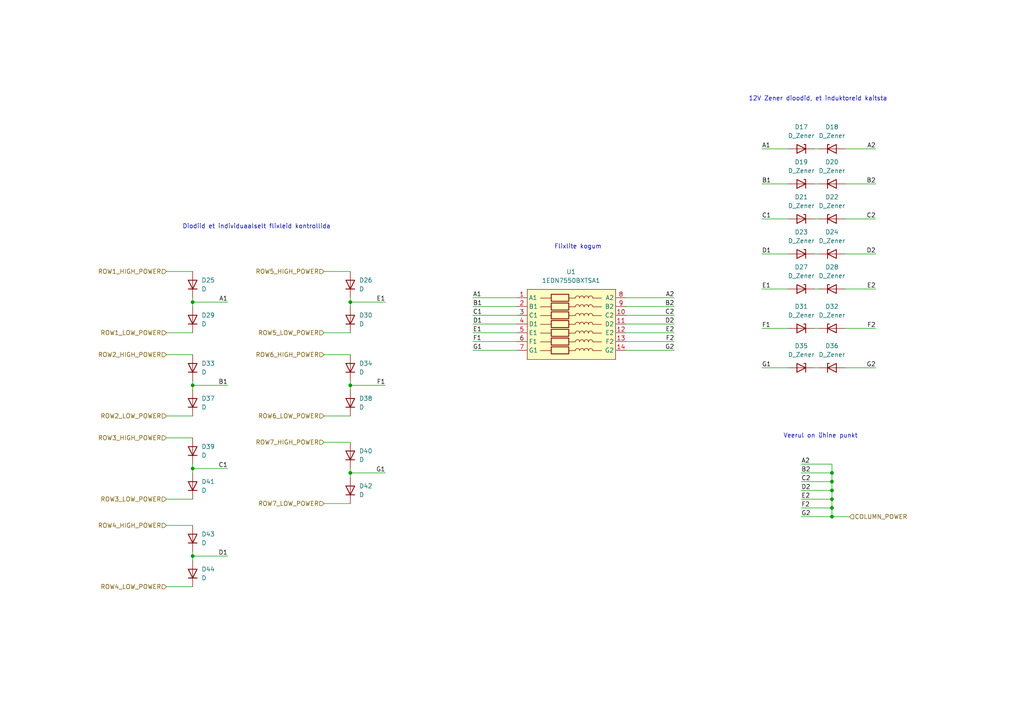
<source format=kicad_sch>
(kicad_sch (version 20250114) (generator "eeschema") (generator_version "9.0")
  (paper "A4")
  (lib_symbols
    (symbol "Device:D" (pin_numbers (hide yes)) (pin_names (offset 1.016) (hide yes))
      (property "Reference" "D" (at 0 2.54 0))
      (property "Value" "D" (at 0 -2.54 0))
      (symbol "D_0_1"
        (polyline (pts (xy -1.27 1.27) (xy -1.27 -1.27)) (stroke (width 0.254)))
        (polyline (pts (xy 1.27 1.27) (xy 1.27 -1.27) (xy -1.27 0) (xy 1.27 1.27)) (stroke (width 0.254)))
        (polyline (pts (xy 1.27 0) (xy -1.27 0)))
      )
      (symbol "D_1_1"
        (pin passive line (at -3.81 0 0) (length 2.54) (name "K") (number "1"))
        (pin passive line (at 3.81 0 180) (length 2.54) (name "A") (number "2"))
      )
    )
    (symbol "Device:D_Zener" (pin_numbers (hide yes)) (pin_names (offset 1.016) (hide yes))
      (property "Reference" "D" (at 0 2.54 0))
      (property "Value" "D_Zener" (at 0 -2.54 0))
      (symbol "D_Zener_0_1"
        (polyline (pts (xy -1.27 -1.27) (xy -1.27 1.27) (xy -0.762 1.27)) (stroke (width 0.254)))
        (polyline (pts (xy 1.27 0) (xy -1.27 0)))
        (polyline (pts (xy 1.27 -1.27) (xy 1.27 1.27) (xy -1.27 0) (xy 1.27 -1.27)) (stroke (width 0.254)))
      )
      (symbol "D_Zener_1_1"
        (pin passive line (at -3.81 0 0) (length 2.54) (name "K") (number "1"))
        (pin passive line (at 3.81 0 180) (length 2.54) (name "A") (number "2"))
      )
    )
    (symbol "flipdot_7xarray:flipdot_7xarray"
      (property "Reference" "U1" (at -2.0107 3.7147 0))
      (property "Value" "~" (at -2.0107 1.1747 0))
      (symbol "flipdot_7xarray_0_1"
        (polyline (pts (xy -10.9259 -3.9053) (xy -7.7498 -3.9052)))
        (polyline (pts (xy -10.9259 -6.4453) (xy -7.7498 -6.4452)))
        (polyline (pts (xy -10.9259 -8.9853) (xy -7.7498 -8.9852)))
        (polyline (pts (xy -10.9259 -11.5253) (xy -7.7498 -11.5252)))
        (polyline (pts (xy -10.9259 -14.0653) (xy -7.7498 -14.0652)))
        (polyline (pts (xy -10.9259 -16.6053) (xy -7.7498 -16.6052)))
        (polyline (pts (xy -10.9259 -19.1453) (xy -7.7498 -19.1452)))
        (rectangle (start -7.7543 -2.8088) (end -2.6743 -4.8408) (stroke (width 0.254)))
        (rectangle (start -7.7543 -5.3488) (end -2.6743 -7.3808) (stroke (width 0.254)))
        (rectangle (start -7.7543 -7.8888) (end -2.6743 -9.9208) (stroke (width 0.254)))
        (rectangle (start -7.7543 -10.4288) (end -2.6743 -12.4608) (stroke (width 0.254)))
        (rectangle (start -7.7543 -12.9688) (end -2.6743 -15.0008) (stroke (width 0.254)))
        (rectangle (start -7.7543 -15.5088) (end -2.6743 -17.5408) (stroke (width 0.254)))
        (rectangle (start -7.7543 -18.0488) (end -2.6743 -20.0808) (stroke (width 0.254)))
        (polyline (pts (xy -2.6873 -3.911) (xy -0.7658 -3.8949)))
        (polyline (pts (xy -2.6873 -6.451) (xy -0.7658 -6.4349)))
        (polyline (pts (xy -2.6873 -8.991) (xy -0.7658 -8.9749)))
        (polyline (pts (xy -2.6873 -11.531) (xy -0.7658 -11.5149)))
        (polyline (pts (xy -2.6873 -14.071) (xy -0.7658 -14.0549)))
        (polyline (pts (xy -2.6873 -16.611) (xy -0.7658 -16.5949)))
        (polyline (pts (xy -2.6873 -19.151) (xy -0.7658 -19.1349)))
        (arc (start -0.7659 -3.9053) (mid -0.1309 -3.273) (end 0.5041 -3.9053))
        (arc (start -0.7659 -6.4453) (mid -0.1309 -5.813) (end 0.5041 -6.4453))
        (arc (start -0.7659 -8.9853) (mid -0.1309 -8.353) (end 0.5041 -8.9853))
        (arc (start -0.7659 -11.5253) (mid -0.1309 -10.893) (end 0.5041 -11.5253))
        (arc (start -0.7659 -14.0653) (mid -0.1309 -13.433) (end 0.5041 -14.0653))
        (arc (start -0.7659 -16.6053) (mid -0.1309 -15.973) (end 0.5041 -16.6053))
        (arc (start -0.7659 -19.1453) (mid -0.1309 -18.513) (end 0.5041 -19.1453))
        (arc (start 0.5041 -3.9053) (mid 1.1391 -3.273) (end 1.7741 -3.9053))
        (arc (start 0.5041 -6.4453) (mid 1.1391 -5.813) (end 1.7741 -6.4453))
        (arc (start 0.5041 -8.9853) (mid 1.1391 -8.353) (end 1.7741 -8.9853))
        (arc (start 0.5041 -11.5253) (mid 1.1391 -10.893) (end 1.7741 -11.5253))
        (arc (start 0.5041 -14.0653) (mid 1.1391 -13.433) (end 1.7741 -14.0653))
        (arc (start 0.5041 -16.6053) (mid 1.1391 -15.973) (end 1.7741 -16.6053))
        (arc (start 0.5041 -19.1453) (mid 1.1391 -18.513) (end 1.7741 -19.1453))
        (arc (start 1.7741 -3.9053) (mid 2.4091 -3.273) (end 3.0441 -3.9053))
        (arc (start 1.7741 -6.4453) (mid 2.4091 -5.813) (end 3.0441 -6.4453))
        (arc (start 1.7741 -8.9853) (mid 2.4091 -8.353) (end 3.0441 -8.9853))
        (arc (start 1.7741 -11.5253) (mid 2.4091 -10.893) (end 3.0441 -11.5253))
        (arc (start 1.7741 -14.0653) (mid 2.4091 -13.433) (end 3.0441 -14.0653))
        (arc (start 1.7741 -16.6053) (mid 2.4091 -15.973) (end 3.0441 -16.6053))
        (arc (start 1.7741 -19.1453) (mid 2.4091 -18.513) (end 3.0441 -19.1453))
        (arc (start 3.0441 -3.9053) (mid 3.6791 -3.273) (end 4.3141 -3.9053))
        (arc (start 3.0441 -6.4453) (mid 3.6791 -5.813) (end 4.3141 -6.4453))
        (arc (start 3.0441 -8.9853) (mid 3.6791 -8.353) (end 4.3141 -8.9853))
        (arc (start 3.0441 -11.5253) (mid 3.6791 -10.893) (end 4.3141 -11.5253))
        (arc (start 3.0441 -14.0653) (mid 3.6791 -13.433) (end 4.3141 -14.0653))
        (arc (start 3.0441 -16.6053) (mid 3.6791 -15.973) (end 4.3141 -16.6053))
        (arc (start 3.0441 -19.1453) (mid 3.6791 -18.513) (end 4.3141 -19.1453))
        (polyline (pts (xy 4.3141 -3.9053) (xy 6.8541 -3.9053)))
        (polyline (pts (xy 4.3141 -6.4453) (xy 6.8541 -6.4453)))
        (polyline (pts (xy 4.3141 -8.9853) (xy 6.8541 -8.9853)))
        (polyline (pts (xy 4.3141 -11.5253) (xy 6.8541 -11.5253)))
        (polyline (pts (xy 4.3141 -14.0653) (xy 6.8541 -14.0653)))
        (polyline (pts (xy 4.3141 -16.6053) (xy 6.8541 -16.6053)))
        (polyline (pts (xy 4.3141 -19.1453) (xy 6.8541 -19.1453)))
      )
      (symbol "flipdot_7xarray_1_1"
        (rectangle (start -14.7359 -1.3653) (end 10.9477 -21.6853) (fill (type background)))
        (pin passive line (at -17.78 -3.81 0) (length 3) (name "A1") (number "1"))
        (pin passive line (at -17.78 -6.35 0) (length 3) (name "B1") (number "2"))
        (pin passive line (at -17.78 -8.89 0) (length 3) (name "C1") (number "3"))
        (pin passive line (at -17.78 -11.43 0) (length 3) (name "D1") (number "4"))
        (pin passive line (at -17.78 -13.97 0) (length 3) (name "E1") (number "5"))
        (pin passive line (at -17.78 -16.51 0) (length 3) (name "F1") (number "6"))
        (pin passive line (at -17.78 -19.05 0) (length 3) (name "G1") (number "7"))
        (pin passive line (at 13.97 -3.81 180) (length 3) (name "A2") (number "8"))
        (pin passive line (at 13.97 -6.35 180) (length 3) (name "B2") (number "9"))
        (pin passive line (at 13.97 -8.89 180) (length 3) (name "C2") (number "10"))
        (pin passive line (at 13.97 -11.43 180) (length 3) (name "D2") (number "11"))
        (pin passive line (at 13.97 -13.97 180) (length 3) (name "E2") (number "12"))
        (pin passive line (at 13.97 -16.51 180) (length 3) (name "F2") (number "13"))
        (pin passive line (at 13.97 -19.05 180) (length 3) (name "G2") (number "14"))
      )
    )
  )
  (text "Flixlite kogum" (at 167.64 71.628 0) (effects (font (size 1.27 1.27))))
  (text "Veerul on ühine punkt" (at 237.998 126.492 0) (effects (font (size 1.27 1.27))))
  (text "Diodiid et individuaalselt flixleid kontrollida" (at 74.422 65.786 0) (effects (font (size 1.27 1.27))))
  (text "12V Zener dioodid, et induktoreid kaitsta" (at 237.236 28.702 0) (effects (font (size 1.27 1.27))))
  (junction (at 55.88 135.89))
  (junction (at 241.3 142.24))
  (junction (at 241.3 147.32))
  (junction (at 55.88 87.63))
  (junction (at 101.6 111.76))
  (junction (at 55.88 161.29))
  (junction (at 55.88 111.76))
  (junction (at 241.3 137.16))
  (junction (at 101.6 87.63))
  (junction (at 101.6 137.16))
  (junction (at 241.3 149.86))
  (junction (at 241.3 139.7))
  (junction (at 241.3 144.78))
  (wire (pts (xy 232.41 147.32) (xy 241.3 147.32)))
  (wire (pts (xy 195.58 86.36) (xy 181.61 86.36)))
  (wire (pts (xy 48.26 78.74) (xy 55.88 78.74)))
  (wire (pts (xy 237.49 63.5) (xy 236.22 63.5)))
  (wire (pts (xy 93.98 128.27) (xy 101.6 128.27)))
  (wire (pts (xy 101.6 88.9) (xy 101.6 87.63)))
  (wire (pts (xy 232.41 149.86) (xy 241.3 149.86)))
  (wire (pts (xy 220.98 53.34) (xy 228.6 53.34)))
  (wire (pts (xy 232.41 144.78) (xy 241.3 144.78)))
  (wire (pts (xy 220.98 73.66) (xy 228.6 73.66)))
  (wire (pts (xy 55.88 135.89) (xy 55.88 134.62)))
  (wire (pts (xy 237.49 73.66) (xy 236.22 73.66)))
  (wire (pts (xy 55.88 162.56) (xy 55.88 161.29)))
  (wire (pts (xy 137.16 88.9) (xy 149.86 88.9)))
  (wire (pts (xy 241.3 137.16) (xy 241.3 139.7)))
  (wire (pts (xy 195.58 99.06) (xy 181.61 99.06)))
  (wire (pts (xy 245.11 53.34) (xy 254 53.34)))
  (wire (pts (xy 55.88 137.16) (xy 55.88 135.89)))
  (wire (pts (xy 241.3 149.86) (xy 246.38 149.86)))
  (wire (pts (xy 101.6 113.03) (xy 101.6 111.76)))
  (wire (pts (xy 137.16 86.36) (xy 149.86 86.36)))
  (wire (pts (xy 48.26 120.65) (xy 55.88 120.65)))
  (wire (pts (xy 232.41 142.24) (xy 241.3 142.24)))
  (wire (pts (xy 48.26 152.4) (xy 55.88 152.4)))
  (wire (pts (xy 245.11 43.18) (xy 254 43.18)))
  (wire (pts (xy 48.26 144.78) (xy 55.88 144.78)))
  (wire (pts (xy 237.49 95.25) (xy 236.22 95.25)))
  (wire (pts (xy 55.88 88.9) (xy 55.88 87.63)))
  (wire (pts (xy 93.98 78.74) (xy 101.6 78.74)))
  (wire (pts (xy 101.6 87.63) (xy 101.6 86.36)))
  (wire (pts (xy 220.98 83.82) (xy 228.6 83.82)))
  (wire (pts (xy 245.11 63.5) (xy 254 63.5)))
  (wire (pts (xy 241.3 147.32) (xy 241.3 149.86)))
  (wire (pts (xy 237.49 43.18) (xy 236.22 43.18)))
  (wire (pts (xy 101.6 138.43) (xy 101.6 137.16)))
  (wire (pts (xy 245.11 83.82) (xy 254 83.82)))
  (wire (pts (xy 55.88 113.03) (xy 55.88 111.76)))
  (wire (pts (xy 241.3 139.7) (xy 241.3 142.24)))
  (wire (pts (xy 101.6 137.16) (xy 101.6 135.89)))
  (wire (pts (xy 93.98 96.52) (xy 101.6 96.52)))
  (wire (pts (xy 55.88 111.76) (xy 66.04 111.76)))
  (wire (pts (xy 195.58 91.44) (xy 181.61 91.44)))
  (wire (pts (xy 220.98 106.68) (xy 228.6 106.68)))
  (wire (pts (xy 101.6 87.63) (xy 111.76 87.63)))
  (wire (pts (xy 241.3 144.78) (xy 241.3 147.32)))
  (wire (pts (xy 195.58 96.52) (xy 181.61 96.52)))
  (wire (pts (xy 137.16 99.06) (xy 149.86 99.06)))
  (wire (pts (xy 241.3 134.62) (xy 241.3 137.16)))
  (wire (pts (xy 232.41 137.16) (xy 241.3 137.16)))
  (wire (pts (xy 55.88 161.29) (xy 55.88 160.02)))
  (wire (pts (xy 48.26 102.87) (xy 55.88 102.87)))
  (wire (pts (xy 220.98 43.18) (xy 228.6 43.18)))
  (wire (pts (xy 55.88 135.89) (xy 66.04 135.89)))
  (wire (pts (xy 48.26 170.18) (xy 55.88 170.18)))
  (wire (pts (xy 195.58 93.98) (xy 181.61 93.98)))
  (wire (pts (xy 220.98 95.25) (xy 228.6 95.25)))
  (wire (pts (xy 55.88 87.63) (xy 66.04 87.63)))
  (wire (pts (xy 241.3 142.24) (xy 241.3 144.78)))
  (wire (pts (xy 48.26 96.52) (xy 55.88 96.52)))
  (wire (pts (xy 93.98 102.87) (xy 101.6 102.87)))
  (wire (pts (xy 195.58 101.6) (xy 181.61 101.6)))
  (wire (pts (xy 245.11 73.66) (xy 254 73.66)))
  (wire (pts (xy 237.49 83.82) (xy 236.22 83.82)))
  (wire (pts (xy 93.98 146.05) (xy 101.6 146.05)))
  (wire (pts (xy 232.41 134.62) (xy 241.3 134.62)))
  (wire (pts (xy 55.88 161.29) (xy 66.04 161.29)))
  (wire (pts (xy 245.11 95.25) (xy 254 95.25)))
  (wire (pts (xy 101.6 111.76) (xy 101.6 110.49)))
  (wire (pts (xy 55.88 111.76) (xy 55.88 110.49)))
  (wire (pts (xy 195.58 88.9) (xy 181.61 88.9)))
  (wire (pts (xy 220.98 63.5) (xy 228.6 63.5)))
  (wire (pts (xy 137.16 96.52) (xy 149.86 96.52)))
  (wire (pts (xy 48.26 127) (xy 55.88 127)))
  (wire (pts (xy 245.11 106.68) (xy 254 106.68)))
  (wire (pts (xy 237.49 53.34) (xy 236.22 53.34)))
  (wire (pts (xy 93.98 120.65) (xy 101.6 120.65)))
  (wire (pts (xy 55.88 87.63) (xy 55.88 86.36)))
  (wire (pts (xy 237.49 106.68) (xy 236.22 106.68)))
  (wire (pts (xy 101.6 111.76) (xy 111.76 111.76)))
  (wire (pts (xy 137.16 93.98) (xy 149.86 93.98)))
  (wire (pts (xy 137.16 101.6) (xy 149.86 101.6)))
  (wire (pts (xy 232.41 139.7) (xy 241.3 139.7)))
  (wire (pts (xy 137.16 91.44) (xy 149.86 91.44)))
  (wire (pts (xy 101.6 137.16) (xy 111.76 137.16)))
  (label "D1" (at 220.98 73.66 0))
  (label "B1" (at 137.16 88.9 0))
  (label "C1" (at 137.16 91.44 0))
  (label "C2" (at 254 63.5 180))
  (label "A2" (at 232.41 134.62 0))
  (label "D2" (at 254 73.66 180))
  (label "D1" (at 66.04 161.29 180))
  (label "B2" (at 232.41 137.16 0))
  (label "C1" (at 66.04 135.89 180))
  (label "B2" (at 195.58 88.9 180))
  (label "B1" (at 220.98 53.34 0))
  (label "G1" (at 137.16 101.6 0))
  (label "B1" (at 66.04 111.76 180))
  (label "C2" (at 195.58 91.44 180))
  (label "C2" (at 232.41 139.7 0))
  (label "E2" (at 232.41 144.78 0))
  (label "D2" (at 232.41 142.24 0))
  (label "E1" (at 111.76 87.63 180))
  (label "G2" (at 254 106.68 180))
  (label "A1" (at 137.16 86.36 0))
  (label "A2" (at 254 43.18 180))
  (label "E2" (at 195.58 96.52 180))
  (label "B2" (at 254 53.34 180))
  (label "F2" (at 195.58 99.06 180))
  (label "C1" (at 220.98 63.5 0))
  (label "D1" (at 137.16 93.98 0))
  (label "F1" (at 111.76 111.76 180))
  (label "A1" (at 66.04 87.63 180))
  (label "G1" (at 220.98 106.68 0))
  (label "F2" (at 254 95.25 180))
  (label "F2" (at 232.41 147.32 0))
  (label "A2" (at 195.58 86.36 180))
  (label "E1" (at 220.98 83.82 0))
  (label "A1" (at 220.98 43.18 0))
  (label "E1" (at 137.16 96.52 0))
  (label "F1" (at 137.16 99.06 0))
  (label "E2" (at 254 83.82 180))
  (label "G2" (at 232.41 149.86 0))
  (label "G1" (at 111.76 137.16 180))
  (label "G2" (at 195.58 101.6 180))
  (label "F1" (at 220.98 95.25 0))
  (label "D2" (at 195.58 93.98 180))
  (hierarchical_label "ROW6_HIGH_POWER" (shape input) (at 93.98 102.87 180))
  (hierarchical_label "ROW6_LOW_POWER" (shape input) (at 93.98 120.65 180))
  (hierarchical_label "ROW7_HIGH_POWER" (shape input) (at 93.98 128.27 180))
  (hierarchical_label "ROW4_LOW_POWER" (shape input) (at 48.26 170.18 180))
  (hierarchical_label "COLUMN_POWER" (shape input) (at 246.38 149.86 0))
  (hierarchical_label "ROW5_HIGH_POWER" (shape input) (at 93.98 78.74 180))
  (hierarchical_label "ROW5_LOW_POWER" (shape input) (at 93.98 96.52 180))
  (hierarchical_label "ROW1_HIGH_POWER" (shape input) (at 48.26 78.74 180))
  (hierarchical_label "ROW7_LOW_POWER" (shape input) (at 93.98 146.05 180))
  (hierarchical_label "ROW1_LOW_POWER" (shape input) (at 48.26 96.52 180))
  (hierarchical_label "ROW2_LOW_POWER" (shape input) (at 48.26 120.65 180))
  (hierarchical_label "ROW4_HIGH_POWER" (shape input) (at 48.26 152.4 180))
  (hierarchical_label "ROW3_HIGH_POWER" (shape input) (at 48.26 127 180))
  (hierarchical_label "ROW3_LOW_POWER" (shape input) (at 48.26 144.78 180))
  (hierarchical_label "ROW2_HIGH_POWER" (shape input) (at 48.26 102.87 180))
  (symbol (lib_id "Device:D_Zener") (at 232.41 53.34 0) (mirror y) (unit 1)
    (property "Reference" "D19" (at 232.41 46.99 0))
    (property "Value" "D_Zener" (at 232.41 49.53 0))
    (property "Footprint" "DO-214AC-2: DO-214AC-2" (effects (hide yes)))
    (property "Datasheet" "https://www.mouser.ee/datasheet/3/3736/1/FED299F21A27F0AE7EA9F62E95B4CE65A1AB8B9ADFA9D1E969A12588B53FB51E.pdf" (effects (hide yes)))
    (property "Description" "1SMA5927_R1_00001" (effects (hide yes)))
    (instances (project "Emaplaat" (path "" (reference "D19") (unit 1)) (path "" (reference "D243") (unit 1)) (path "" (reference "D355") (unit 1)) (path "" (reference "D47") (unit 1)) (path "" (reference "D103") (unit 1)) (path "" (reference "D383") (unit 1)) (path "" (reference "D327") (unit 1)) (path "" (reference "D299") (unit 1)) (path "" (reference "D215") (unit 1)) (path "" (reference "D271") (unit 1)) (path "" (reference "D75") (unit 1)) (path "" (reference "D187") (unit 1)) (path "" (reference "D159") (unit 1)) (path "" (reference "D131") (unit 1))))
  )
  (symbol (lib_id "Device:D_Zener") (at 232.41 95.25 0) (mirror y) (unit 1)
    (property "Reference" "D31" (at 232.41 88.9 0))
    (property "Value" "D_Zener" (at 232.41 91.44 0))
    (property "Footprint" "DO-214AC-2: DO-214AC-2" (effects (hide yes)))
    (property "Datasheet" "https://www.mouser.ee/datasheet/3/3736/1/FED299F21A27F0AE7EA9F62E95B4CE65A1AB8B9ADFA9D1E969A12588B53FB51E.pdf" (effects (hide yes)))
    (property "Description" "1SMA5927_R1_00001" (effects (hide yes)))
    (instances (project "Emaplaat" (path "" (reference "D31") (unit 1)) (path "" (reference "D255") (unit 1)) (path "" (reference "D367") (unit 1)) (path "" (reference "D59") (unit 1)) (path "" (reference "D115") (unit 1)) (path "" (reference "D395") (unit 1)) (path "" (reference "D339") (unit 1)) (path "" (reference "D311") (unit 1)) (path "" (reference "D227") (unit 1)) (path "" (reference "D283") (unit 1)) (path "" (reference "D87") (unit 1)) (path "" (reference "D199") (unit 1)) (path "" (reference "D171") (unit 1)) (path "" (reference "D143") (unit 1))))
  )
  (symbol (lib_id "Device:D_Zener") (at 241.3 53.34 0) (unit 1)
    (property "Reference" "D20" (at 241.3 46.99 0))
    (property "Value" "D_Zener" (at 241.3 49.53 0))
    (property "Footprint" "DO-214AC-2: DO-214AC-2" (effects (hide yes)))
    (property "Datasheet" "https://www.mouser.ee/datasheet/3/3736/1/FED299F21A27F0AE7EA9F62E95B4CE65A1AB8B9ADFA9D1E969A12588B53FB51E.pdf" (effects (hide yes)))
    (property "Description" "1SMA5927_R1_00001" (effects (hide yes)))
    (instances (project "Emaplaat" (path "" (reference "D20") (unit 1)) (path "" (reference "D244") (unit 1)) (path "" (reference "D356") (unit 1)) (path "" (reference "D48") (unit 1)) (path "" (reference "D104") (unit 1)) (path "" (reference "D384") (unit 1)) (path "" (reference "D328") (unit 1)) (path "" (reference "D300") (unit 1)) (path "" (reference "D216") (unit 1)) (path "" (reference "D272") (unit 1)) (path "" (reference "D76") (unit 1)) (path "" (reference "D188") (unit 1)) (path "" (reference "D160") (unit 1)) (path "" (reference "D132") (unit 1))))
  )
  (symbol (lib_id "Device:D") (at 55.88 156.21 90) (unit 1)
    (property "Reference" "D43" (at 58.42 154.9399 90) (effects (justify right)))
    (property "Value" "D" (at 58.42 157.4799 90) (effects (justify right)))
    (property "Footprint" "SOD-123FL:SOD-123FL" (effects (hide yes)))
    (property "Datasheet" "https://diotec.com/request/datasheet/sl1a.pdf" (effects (hide yes)))
    (property "Description" "SL1D" (effects (hide yes)))
    (property "Sim.Device" "D" (effects (hide yes)))
    (property "Sim.Pins" "1=K 2=A" (effects (hide yes)))
    (instances (project "Emaplaat" (path "" (reference "D43") (unit 1)) (path "" (reference "D267") (unit 1)) (path "" (reference "D379") (unit 1)) (path "" (reference "D71") (unit 1)) (path "" (reference "D127") (unit 1)) (path "" (reference "D407") (unit 1)) (path "" (reference "D351") (unit 1)) (path "" (reference "D323") (unit 1)) (path "" (reference "D239") (unit 1)) (path "" (reference "D295") (unit 1)) (path "" (reference "D99") (unit 1)) (path "" (reference "D211") (unit 1)) (path "" (reference "D183") (unit 1)) (path "" (reference "D155") (unit 1))))
  )
  (symbol (lib_id "flipdot_7xarray:flipdot_7xarray") (at 167.64 82.55 0) (unit 1)
    (property "Reference" "U1" (at 165.6293 78.8353 0))
    (property "Value" "1EDN7550BXTSA1" (at 165.6293 81.3753 0))
    (property "Footprint" "dot_flipper:7_flip_dots" (effects (hide yes)))
    (instances (project "Emaplaat" (path "" (reference "U1") (unit 1)) (path "" (reference "U9") (unit 1)) (path "" (reference "U13") (unit 1)) (path "" (reference "U2") (unit 1)) (path "" (reference "U4") (unit 1)) (path "" (reference "U14") (unit 1)) (path "" (reference "U12") (unit 1)) (path "" (reference "U11") (unit 1)) (path "" (reference "U8") (unit 1)) (path "" (reference "U10") (unit 1)) (path "" (reference "U3") (unit 1)) (path "" (reference "U7") (unit 1)) (path "" (reference "U6") (unit 1)) (path "" (reference "U5") (unit 1))))
  )
  (symbol (lib_id "Device:D_Zener") (at 232.41 83.82 0) (mirror y) (unit 1)
    (property "Reference" "D27" (at 232.41 77.47 0))
    (property "Value" "D_Zener" (at 232.41 80.01 0))
    (property "Footprint" "DO-214AC-2: DO-214AC-2" (effects (hide yes)))
    (property "Datasheet" "https://www.mouser.ee/datasheet/3/3736/1/FED299F21A27F0AE7EA9F62E95B4CE65A1AB8B9ADFA9D1E969A12588B53FB51E.pdf" (effects (hide yes)))
    (property "Description" "1SMA5927_R1_00001" (effects (hide yes)))
    (instances (project "Emaplaat" (path "" (reference "D27") (unit 1)) (path "" (reference "D251") (unit 1)) (path "" (reference "D363") (unit 1)) (path "" (reference "D55") (unit 1)) (path "" (reference "D111") (unit 1)) (path "" (reference "D391") (unit 1)) (path "" (reference "D335") (unit 1)) (path "" (reference "D307") (unit 1)) (path "" (reference "D223") (unit 1)) (path "" (reference "D279") (unit 1)) (path "" (reference "D83") (unit 1)) (path "" (reference "D195") (unit 1)) (path "" (reference "D167") (unit 1)) (path "" (reference "D139") (unit 1))))
  )
  (symbol (lib_id "Device:D_Zener") (at 232.41 73.66 0) (mirror y) (unit 1)
    (property "Reference" "D23" (at 232.41 67.31 0))
    (property "Value" "D_Zener" (at 232.41 69.85 0))
    (property "Footprint" "DO-214AC-2: DO-214AC-2" (effects (hide yes)))
    (property "Datasheet" "https://www.mouser.ee/datasheet/3/3736/1/FED299F21A27F0AE7EA9F62E95B4CE65A1AB8B9ADFA9D1E969A12588B53FB51E.pdf" (effects (hide yes)))
    (property "Description" "1SMA5927_R1_00001" (effects (hide yes)))
    (instances (project "Emaplaat" (path "" (reference "D23") (unit 1)) (path "" (reference "D247") (unit 1)) (path "" (reference "D359") (unit 1)) (path "" (reference "D51") (unit 1)) (path "" (reference "D107") (unit 1)) (path "" (reference "D387") (unit 1)) (path "" (reference "D331") (unit 1)) (path "" (reference "D303") (unit 1)) (path "" (reference "D219") (unit 1)) (path "" (reference "D275") (unit 1)) (path "" (reference "D79") (unit 1)) (path "" (reference "D191") (unit 1)) (path "" (reference "D163") (unit 1)) (path "" (reference "D135") (unit 1))))
  )
  (symbol (lib_id "Device:D") (at 101.6 132.08 90) (unit 1)
    (property "Reference" "D40" (at 104.14 130.8099 90) (effects (justify right)))
    (property "Value" "D" (at 104.14 133.3499 90) (effects (justify right)))
    (property "Footprint" "SOD-123FL:SOD-123FL" (effects (hide yes)))
    (property "Datasheet" "https://diotec.com/request/datasheet/sl1a.pdf" (effects (hide yes)))
    (property "Description" "SL1D" (effects (hide yes)))
    (property "Sim.Device" "D" (effects (hide yes)))
    (property "Sim.Pins" "1=K 2=A" (effects (hide yes)))
    (instances (project "Emaplaat" (path "" (reference "D40") (unit 1)) (path "" (reference "D264") (unit 1)) (path "" (reference "D376") (unit 1)) (path "" (reference "D68") (unit 1)) (path "" (reference "D124") (unit 1)) (path "" (reference "D404") (unit 1)) (path "" (reference "D348") (unit 1)) (path "" (reference "D320") (unit 1)) (path "" (reference "D236") (unit 1)) (path "" (reference "D292") (unit 1)) (path "" (reference "D96") (unit 1)) (path "" (reference "D208") (unit 1)) (path "" (reference "D180") (unit 1)) (path "" (reference "D152") (unit 1))))
  )
  (symbol (lib_id "Device:D") (at 55.88 130.81 90) (unit 1)
    (property "Reference" "D39" (at 58.42 129.5399 90) (effects (justify right)))
    (property "Value" "D" (at 58.42 132.0799 90) (effects (justify right)))
    (property "Footprint" "SOD-123FL:SOD-123FL" (effects (hide yes)))
    (property "Datasheet" "https://diotec.com/request/datasheet/sl1a.pdf" (effects (hide yes)))
    (property "Description" "SL1D" (effects (hide yes)))
    (property "Sim.Device" "D" (effects (hide yes)))
    (property "Sim.Pins" "1=K 2=A" (effects (hide yes)))
    (instances (project "Emaplaat" (path "" (reference "D39") (unit 1)) (path "" (reference "D263") (unit 1)) (path "" (reference "D375") (unit 1)) (path "" (reference "D67") (unit 1)) (path "" (reference "D123") (unit 1)) (path "" (reference "D403") (unit 1)) (path "" (reference "D347") (unit 1)) (path "" (reference "D319") (unit 1)) (path "" (reference "D235") (unit 1)) (path "" (reference "D291") (unit 1)) (path "" (reference "D95") (unit 1)) (path "" (reference "D207") (unit 1)) (path "" (reference "D179") (unit 1)) (path "" (reference "D151") (unit 1))))
  )
  (symbol (lib_id "Device:D") (at 55.88 116.84 90) (unit 1)
    (property "Reference" "D37" (at 58.42 115.5699 90) (effects (justify right)))
    (property "Value" "D" (at 58.42 118.1099 90) (effects (justify right)))
    (property "Footprint" "SOD-123FL:SOD-123FL" (effects (hide yes)))
    (property "Datasheet" "https://diotec.com/request/datasheet/sl1a.pdf" (effects (hide yes)))
    (property "Description" "SL1D" (effects (hide yes)))
    (property "Sim.Device" "D" (effects (hide yes)))
    (property "Sim.Pins" "1=K 2=A" (effects (hide yes)))
    (instances (project "Emaplaat" (path "" (reference "D37") (unit 1)) (path "" (reference "D261") (unit 1)) (path "" (reference "D373") (unit 1)) (path "" (reference "D65") (unit 1)) (path "" (reference "D121") (unit 1)) (path "" (reference "D401") (unit 1)) (path "" (reference "D345") (unit 1)) (path "" (reference "D317") (unit 1)) (path "" (reference "D233") (unit 1)) (path "" (reference "D289") (unit 1)) (path "" (reference "D93") (unit 1)) (path "" (reference "D205") (unit 1)) (path "" (reference "D177") (unit 1)) (path "" (reference "D149") (unit 1))))
  )
  (symbol (lib_id "Device:D") (at 101.6 92.71 90) (unit 1)
    (property "Reference" "D30" (at 104.14 91.4399 90) (effects (justify right)))
    (property "Value" "D" (at 104.14 93.9799 90) (effects (justify right)))
    (property "Footprint" "SOD-123FL:SOD-123FL" (effects (hide yes)))
    (property "Datasheet" "https://diotec.com/request/datasheet/sl1a.pdf" (effects (hide yes)))
    (property "Description" "SL1D" (effects (hide yes)))
    (property "Sim.Device" "D" (effects (hide yes)))
    (property "Sim.Pins" "1=K 2=A" (effects (hide yes)))
    (instances (project "Emaplaat" (path "" (reference "D30") (unit 1)) (path "" (reference "D254") (unit 1)) (path "" (reference "D366") (unit 1)) (path "" (reference "D58") (unit 1)) (path "" (reference "D114") (unit 1)) (path "" (reference "D394") (unit 1)) (path "" (reference "D338") (unit 1)) (path "" (reference "D310") (unit 1)) (path "" (reference "D226") (unit 1)) (path "" (reference "D282") (unit 1)) (path "" (reference "D86") (unit 1)) (path "" (reference "D198") (unit 1)) (path "" (reference "D170") (unit 1)) (path "" (reference "D142") (unit 1))))
  )
  (symbol (lib_id "Device:D_Zener") (at 232.41 43.18 0) (mirror y) (unit 1)
    (property "Reference" "D17" (at 232.41 36.83 0))
    (property "Value" "D_Zener" (at 232.41 39.37 0))
    (property "Footprint" "DO-214AC-2: DO-214AC-2" (effects (hide yes)))
    (property "Datasheet" "https://www.mouser.ee/datasheet/3/3736/1/FED299F21A27F0AE7EA9F62E95B4CE65A1AB8B9ADFA9D1E969A12588B53FB51E.pdf" (effects (hide yes)))
    (property "Description" "1SMA5927_R1_00001" (effects (hide yes)))
    (instances (project "Emaplaat" (path "" (reference "D17") (unit 1)) (path "" (reference "D241") (unit 1)) (path "" (reference "D353") (unit 1)) (path "" (reference "D45") (unit 1)) (path "" (reference "D101") (unit 1)) (path "" (reference "D381") (unit 1)) (path "" (reference "D325") (unit 1)) (path "" (reference "D297") (unit 1)) (path "" (reference "D213") (unit 1)) (path "" (reference "D269") (unit 1)) (path "" (reference "D73") (unit 1)) (path "" (reference "D185") (unit 1)) (path "" (reference "D157") (unit 1)) (path "" (reference "D129") (unit 1))))
  )
  (symbol (lib_id "Device:D") (at 101.6 106.68 90) (unit 1)
    (property "Reference" "D34" (at 104.14 105.4099 90) (effects (justify right)))
    (property "Value" "D" (at 104.14 107.9499 90) (effects (justify right)))
    (property "Footprint" "SOD-123FL:SOD-123FL" (effects (hide yes)))
    (property "Datasheet" "https://diotec.com/request/datasheet/sl1a.pdf" (effects (hide yes)))
    (property "Description" "SL1D" (effects (hide yes)))
    (property "Sim.Device" "D" (effects (hide yes)))
    (property "Sim.Pins" "1=K 2=A" (effects (hide yes)))
    (instances (project "Emaplaat" (path "" (reference "D34") (unit 1)) (path "" (reference "D258") (unit 1)) (path "" (reference "D370") (unit 1)) (path "" (reference "D62") (unit 1)) (path "" (reference "D118") (unit 1)) (path "" (reference "D398") (unit 1)) (path "" (reference "D342") (unit 1)) (path "" (reference "D314") (unit 1)) (path "" (reference "D230") (unit 1)) (path "" (reference "D286") (unit 1)) (path "" (reference "D90") (unit 1)) (path "" (reference "D202") (unit 1)) (path "" (reference "D174") (unit 1)) (path "" (reference "D146") (unit 1))))
  )
  (symbol (lib_id "Device:D_Zener") (at 241.3 43.18 0) (unit 1)
    (property "Reference" "D18" (at 241.3 36.83 0))
    (property "Value" "D_Zener" (at 241.3 39.37 0))
    (property "Footprint" "DO-214AC-2: DO-214AC-2" (effects (hide yes)))
    (property "Datasheet" "https://www.mouser.ee/datasheet/3/3736/1/FED299F21A27F0AE7EA9F62E95B4CE65A1AB8B9ADFA9D1E969A12588B53FB51E.pdf" (effects (hide yes)))
    (property "Description" "1SMA5927_R1_00001" (effects (hide yes)))
    (instances (project "Emaplaat" (path "" (reference "D18") (unit 1)) (path "" (reference "D242") (unit 1)) (path "" (reference "D354") (unit 1)) (path "" (reference "D46") (unit 1)) (path "" (reference "D102") (unit 1)) (path "" (reference "D382") (unit 1)) (path "" (reference "D326") (unit 1)) (path "" (reference "D298") (unit 1)) (path "" (reference "D214") (unit 1)) (path "" (reference "D270") (unit 1)) (path "" (reference "D74") (unit 1)) (path "" (reference "D186") (unit 1)) (path "" (reference "D158") (unit 1)) (path "" (reference "D130") (unit 1))))
  )
  (symbol (lib_id "Device:D") (at 55.88 92.71 90) (unit 1)
    (property "Reference" "D29" (at 58.42 91.4399 90) (effects (justify right)))
    (property "Value" "D" (at 58.42 93.9799 90) (effects (justify right)))
    (property "Footprint" "SOD-123FL:SOD-123FL" (effects (hide yes)))
    (property "Datasheet" "https://diotec.com/request/datasheet/sl1a.pdf" (effects (hide yes)))
    (property "Description" "SL1D" (effects (hide yes)))
    (property "Sim.Device" "D" (effects (hide yes)))
    (property "Sim.Pins" "1=K 2=A" (effects (hide yes)))
    (instances (project "Emaplaat" (path "" (reference "D29") (unit 1)) (path "" (reference "D253") (unit 1)) (path "" (reference "D365") (unit 1)) (path "" (reference "D57") (unit 1)) (path "" (reference "D113") (unit 1)) (path "" (reference "D393") (unit 1)) (path "" (reference "D337") (unit 1)) (path "" (reference "D309") (unit 1)) (path "" (reference "D225") (unit 1)) (path "" (reference "D281") (unit 1)) (path "" (reference "D85") (unit 1)) (path "" (reference "D197") (unit 1)) (path "" (reference "D169") (unit 1)) (path "" (reference "D141") (unit 1))))
  )
  (symbol (lib_id "Device:D") (at 101.6 142.24 90) (unit 1)
    (property "Reference" "D42" (at 104.14 140.9699 90) (effects (justify right)))
    (property "Value" "D" (at 104.14 143.5099 90) (effects (justify right)))
    (property "Footprint" "SOD-123FL:SOD-123FL" (effects (hide yes)))
    (property "Datasheet" "https://diotec.com/request/datasheet/sl1a.pdf" (effects (hide yes)))
    (property "Description" "SL1D" (effects (hide yes)))
    (property "Sim.Device" "D" (effects (hide yes)))
    (property "Sim.Pins" "1=K 2=A" (effects (hide yes)))
    (instances (project "Emaplaat" (path "" (reference "D42") (unit 1)) (path "" (reference "D266") (unit 1)) (path "" (reference "D378") (unit 1)) (path "" (reference "D70") (unit 1)) (path "" (reference "D126") (unit 1)) (path "" (reference "D406") (unit 1)) (path "" (reference "D350") (unit 1)) (path "" (reference "D322") (unit 1)) (path "" (reference "D238") (unit 1)) (path "" (reference "D294") (unit 1)) (path "" (reference "D98") (unit 1)) (path "" (reference "D210") (unit 1)) (path "" (reference "D182") (unit 1)) (path "" (reference "D154") (unit 1))))
  )
  (symbol (lib_id "Device:D_Zener") (at 241.3 95.25 0) (unit 1)
    (property "Reference" "D32" (at 241.3 88.9 0))
    (property "Value" "D_Zener" (at 241.3 91.44 0))
    (property "Footprint" "DO-214AC-2: DO-214AC-2" (effects (hide yes)))
    (property "Datasheet" "https://www.mouser.ee/datasheet/3/3736/1/FED299F21A27F0AE7EA9F62E95B4CE65A1AB8B9ADFA9D1E969A12588B53FB51E.pdf" (effects (hide yes)))
    (property "Description" "1SMA5927_R1_00001" (effects (hide yes)))
    (instances (project "Emaplaat" (path "" (reference "D32") (unit 1)) (path "" (reference "D256") (unit 1)) (path "" (reference "D368") (unit 1)) (path "" (reference "D60") (unit 1)) (path "" (reference "D116") (unit 1)) (path "" (reference "D396") (unit 1)) (path "" (reference "D340") (unit 1)) (path "" (reference "D312") (unit 1)) (path "" (reference "D228") (unit 1)) (path "" (reference "D284") (unit 1)) (path "" (reference "D88") (unit 1)) (path "" (reference "D200") (unit 1)) (path "" (reference "D172") (unit 1)) (path "" (reference "D144") (unit 1))))
  )
  (symbol (lib_id "Device:D_Zener") (at 232.41 106.68 0) (mirror y) (unit 1)
    (property "Reference" "D35" (at 232.41 100.33 0))
    (property "Value" "D_Zener" (at 232.41 102.87 0))
    (property "Footprint" "DO-214AC-2: DO-214AC-2" (effects (hide yes)))
    (property "Datasheet" "https://www.mouser.ee/datasheet/3/3736/1/FED299F21A27F0AE7EA9F62E95B4CE65A1AB8B9ADFA9D1E969A12588B53FB51E.pdf" (effects (hide yes)))
    (property "Description" "1SMA5927_R1_00001" (effects (hide yes)))
    (instances (project "Emaplaat" (path "" (reference "D35") (unit 1)) (path "" (reference "D259") (unit 1)) (path "" (reference "D371") (unit 1)) (path "" (reference "D63") (unit 1)) (path "" (reference "D119") (unit 1)) (path "" (reference "D399") (unit 1)) (path "" (reference "D343") (unit 1)) (path "" (reference "D315") (unit 1)) (path "" (reference "D231") (unit 1)) (path "" (reference "D287") (unit 1)) (path "" (reference "D91") (unit 1)) (path "" (reference "D203") (unit 1)) (path "" (reference "D175") (unit 1)) (path "" (reference "D147") (unit 1))))
  )
  (symbol (lib_id "Device:D_Zener") (at 232.41 63.5 0) (mirror y) (unit 1)
    (property "Reference" "D21" (at 232.41 57.15 0))
    (property "Value" "D_Zener" (at 232.41 59.69 0))
    (property "Footprint" "DO-214AC-2: DO-214AC-2" (effects (hide yes)))
    (property "Datasheet" "https://www.mouser.ee/datasheet/3/3736/1/FED299F21A27F0AE7EA9F62E95B4CE65A1AB8B9ADFA9D1E969A12588B53FB51E.pdf" (effects (hide yes)))
    (property "Description" "1SMA5927_R1_00001" (effects (hide yes)))
    (instances (project "Emaplaat" (path "" (reference "D21") (unit 1)) (path "" (reference "D245") (unit 1)) (path "" (reference "D357") (unit 1)) (path "" (reference "D49") (unit 1)) (path "" (reference "D105") (unit 1)) (path "" (reference "D385") (unit 1)) (path "" (reference "D329") (unit 1)) (path "" (reference "D301") (unit 1)) (path "" (reference "D217") (unit 1)) (path "" (reference "D273") (unit 1)) (path "" (reference "D77") (unit 1)) (path "" (reference "D189") (unit 1)) (path "" (reference "D161") (unit 1)) (path "" (reference "D133") (unit 1))))
  )
  (symbol (lib_id "Device:D") (at 55.88 140.97 90) (unit 1)
    (property "Reference" "D41" (at 58.42 139.6999 90) (effects (justify right)))
    (property "Value" "D" (at 58.42 142.2399 90) (effects (justify right)))
    (property "Footprint" "SOD-123FL:SOD-123FL" (effects (hide yes)))
    (property "Datasheet" "https://diotec.com/request/datasheet/sl1a.pdf" (effects (hide yes)))
    (property "Description" "SL1D" (effects (hide yes)))
    (property "Sim.Device" "D" (effects (hide yes)))
    (property "Sim.Pins" "1=K 2=A" (effects (hide yes)))
    (instances (project "Emaplaat" (path "" (reference "D41") (unit 1)) (path "" (reference "D265") (unit 1)) (path "" (reference "D377") (unit 1)) (path "" (reference "D69") (unit 1)) (path "" (reference "D125") (unit 1)) (path "" (reference "D405") (unit 1)) (path "" (reference "D349") (unit 1)) (path "" (reference "D321") (unit 1)) (path "" (reference "D237") (unit 1)) (path "" (reference "D293") (unit 1)) (path "" (reference "D97") (unit 1)) (path "" (reference "D209") (unit 1)) (path "" (reference "D181") (unit 1)) (path "" (reference "D153") (unit 1))))
  )
  (symbol (lib_id "Device:D") (at 55.88 106.68 90) (unit 1)
    (property "Reference" "D33" (at 58.42 105.4099 90) (effects (justify right)))
    (property "Value" "D" (at 58.42 107.9499 90) (effects (justify right)))
    (property "Footprint" "SOD-123FL:SOD-123FL" (effects (hide yes)))
    (property "Datasheet" "https://diotec.com/request/datasheet/sl1a.pdf" (effects (hide yes)))
    (property "Description" "SL1D" (effects (hide yes)))
    (property "Sim.Device" "D" (effects (hide yes)))
    (property "Sim.Pins" "1=K 2=A" (effects (hide yes)))
    (instances (project "Emaplaat" (path "" (reference "D33") (unit 1)) (path "" (reference "D257") (unit 1)) (path "" (reference "D369") (unit 1)) (path "" (reference "D61") (unit 1)) (path "" (reference "D117") (unit 1)) (path "" (reference "D397") (unit 1)) (path "" (reference "D341") (unit 1)) (path "" (reference "D313") (unit 1)) (path "" (reference "D229") (unit 1)) (path "" (reference "D285") (unit 1)) (path "" (reference "D89") (unit 1)) (path "" (reference "D201") (unit 1)) (path "" (reference "D173") (unit 1)) (path "" (reference "D145") (unit 1))))
  )
  (symbol (lib_id "Device:D_Zener") (at 241.3 83.82 0) (unit 1)
    (property "Reference" "D28" (at 241.3 77.47 0))
    (property "Value" "D_Zener" (at 241.3 80.01 0))
    (property "Footprint" "DO-214AC-2: DO-214AC-2" (effects (hide yes)))
    (property "Datasheet" "https://www.mouser.ee/datasheet/3/3736/1/FED299F21A27F0AE7EA9F62E95B4CE65A1AB8B9ADFA9D1E969A12588B53FB51E.pdf" (effects (hide yes)))
    (property "Description" "1SMA5927_R1_00001" (effects (hide yes)))
    (instances (project "Emaplaat" (path "" (reference "D28") (unit 1)) (path "" (reference "D252") (unit 1)) (path "" (reference "D364") (unit 1)) (path "" (reference "D56") (unit 1)) (path "" (reference "D112") (unit 1)) (path "" (reference "D392") (unit 1)) (path "" (reference "D336") (unit 1)) (path "" (reference "D308") (unit 1)) (path "" (reference "D224") (unit 1)) (path "" (reference "D280") (unit 1)) (path "" (reference "D84") (unit 1)) (path "" (reference "D196") (unit 1)) (path "" (reference "D168") (unit 1)) (path "" (reference "D140") (unit 1))))
  )
  (symbol (lib_id "Device:D") (at 55.88 82.55 90) (unit 1)
    (property "Reference" "D25" (at 58.42 81.2799 90) (effects (justify right)))
    (property "Value" "D" (at 58.42 83.8199 90) (effects (justify right)))
    (property "Footprint" "SOD-123FL:SOD-123FL" (effects (hide yes)))
    (property "Datasheet" "https://diotec.com/request/datasheet/sl1a.pdf" (effects (hide yes)))
    (property "Description" "SL1D" (effects (hide yes)))
    (property "Sim.Device" "D" (effects (hide yes)))
    (property "Sim.Pins" "1=K 2=A" (effects (hide yes)))
    (instances (project "Emaplaat" (path "" (reference "D25") (unit 1)) (path "" (reference "D249") (unit 1)) (path "" (reference "D361") (unit 1)) (path "" (reference "D53") (unit 1)) (path "" (reference "D109") (unit 1)) (path "" (reference "D389") (unit 1)) (path "" (reference "D333") (unit 1)) (path "" (reference "D305") (unit 1)) (path "" (reference "D221") (unit 1)) (path "" (reference "D277") (unit 1)) (path "" (reference "D81") (unit 1)) (path "" (reference "D193") (unit 1)) (path "" (reference "D165") (unit 1)) (path "" (reference "D137") (unit 1))))
  )
  (symbol (lib_id "Device:D_Zener") (at 241.3 63.5 0) (unit 1)
    (property "Reference" "D22" (at 241.3 57.15 0))
    (property "Value" "D_Zener" (at 241.3 59.69 0))
    (property "Footprint" "DO-214AC-2: DO-214AC-2" (effects (hide yes)))
    (property "Datasheet" "https://www.mouser.ee/datasheet/3/3736/1/FED299F21A27F0AE7EA9F62E95B4CE65A1AB8B9ADFA9D1E969A12588B53FB51E.pdf" (effects (hide yes)))
    (property "Description" "1SMA5927_R1_00001" (effects (hide yes)))
    (instances (project "Emaplaat" (path "" (reference "D22") (unit 1)) (path "" (reference "D246") (unit 1)) (path "" (reference "D358") (unit 1)) (path "" (reference "D50") (unit 1)) (path "" (reference "D106") (unit 1)) (path "" (reference "D386") (unit 1)) (path "" (reference "D330") (unit 1)) (path "" (reference "D302") (unit 1)) (path "" (reference "D218") (unit 1)) (path "" (reference "D274") (unit 1)) (path "" (reference "D78") (unit 1)) (path "" (reference "D190") (unit 1)) (path "" (reference "D162") (unit 1)) (path "" (reference "D134") (unit 1))))
  )
  (symbol (lib_id "Device:D") (at 101.6 116.84 90) (unit 1)
    (property "Reference" "D38" (at 104.14 115.5699 90) (effects (justify right)))
    (property "Value" "D" (at 104.14 118.1099 90) (effects (justify right)))
    (property "Footprint" "SOD-123FL:SOD-123FL" (effects (hide yes)))
    (property "Datasheet" "https://diotec.com/request/datasheet/sl1a.pdf" (effects (hide yes)))
    (property "Description" "SL1D" (effects (hide yes)))
    (property "Sim.Device" "D" (effects (hide yes)))
    (property "Sim.Pins" "1=K 2=A" (effects (hide yes)))
    (instances (project "Emaplaat" (path "" (reference "D38") (unit 1)) (path "" (reference "D262") (unit 1)) (path "" (reference "D374") (unit 1)) (path "" (reference "D66") (unit 1)) (path "" (reference "D122") (unit 1)) (path "" (reference "D402") (unit 1)) (path "" (reference "D346") (unit 1)) (path "" (reference "D318") (unit 1)) (path "" (reference "D234") (unit 1)) (path "" (reference "D290") (unit 1)) (path "" (reference "D94") (unit 1)) (path "" (reference "D206") (unit 1)) (path "" (reference "D178") (unit 1)) (path "" (reference "D150") (unit 1))))
  )
  (symbol (lib_id "Device:D") (at 55.88 166.37 90) (unit 1)
    (property "Reference" "D44" (at 58.42 165.0999 90) (effects (justify right)))
    (property "Value" "D" (at 58.42 167.6399 90) (effects (justify right)))
    (property "Footprint" "SOD-123FL:SOD-123FL" (effects (hide yes)))
    (property "Datasheet" "https://diotec.com/request/datasheet/sl1a.pdf" (effects (hide yes)))
    (property "Description" "SL1D" (effects (hide yes)))
    (property "Sim.Device" "D" (effects (hide yes)))
    (property "Sim.Pins" "1=K 2=A" (effects (hide yes)))
    (instances (project "Emaplaat" (path "" (reference "D44") (unit 1)) (path "" (reference "D268") (unit 1)) (path "" (reference "D380") (unit 1)) (path "" (reference "D72") (unit 1)) (path "" (reference "D128") (unit 1)) (path "" (reference "D408") (unit 1)) (path "" (reference "D352") (unit 1)) (path "" (reference "D324") (unit 1)) (path "" (reference "D240") (unit 1)) (path "" (reference "D296") (unit 1)) (path "" (reference "D100") (unit 1)) (path "" (reference "D212") (unit 1)) (path "" (reference "D184") (unit 1)) (path "" (reference "D156") (unit 1))))
  )
  (symbol (lib_id "Device:D") (at 101.6 82.55 90) (unit 1)
    (property "Reference" "D26" (at 104.14 81.2799 90) (effects (justify right)))
    (property "Value" "D" (at 104.14 83.8199 90) (effects (justify right)))
    (property "Footprint" "SOD-123FL:SOD-123FL" (effects (hide yes)))
    (property "Datasheet" "https://diotec.com/request/datasheet/sl1a.pdf" (effects (hide yes)))
    (property "Description" "SL1D" (effects (hide yes)))
    (property "Sim.Device" "D" (effects (hide yes)))
    (property "Sim.Pins" "1=K 2=A" (effects (hide yes)))
    (instances (project "Emaplaat" (path "" (reference "D26") (unit 1)) (path "" (reference "D250") (unit 1)) (path "" (reference "D362") (unit 1)) (path "" (reference "D54") (unit 1)) (path "" (reference "D110") (unit 1)) (path "" (reference "D390") (unit 1)) (path "" (reference "D334") (unit 1)) (path "" (reference "D306") (unit 1)) (path "" (reference "D222") (unit 1)) (path "" (reference "D278") (unit 1)) (path "" (reference "D82") (unit 1)) (path "" (reference "D194") (unit 1)) (path "" (reference "D166") (unit 1)) (path "" (reference "D138") (unit 1))))
  )
  (symbol (lib_id "Device:D_Zener") (at 241.3 73.66 0) (unit 1)
    (property "Reference" "D24" (at 241.3 67.31 0))
    (property "Value" "D_Zener" (at 241.3 69.85 0))
    (property "Footprint" "DO-214AC-2: DO-214AC-2" (effects (hide yes)))
    (property "Datasheet" "https://www.mouser.ee/datasheet/3/3736/1/FED299F21A27F0AE7EA9F62E95B4CE65A1AB8B9ADFA9D1E969A12588B53FB51E.pdf" (effects (hide yes)))
    (property "Description" "1SMA5927_R1_00001" (effects (hide yes)))
    (instances (project "Emaplaat" (path "" (reference "D24") (unit 1)) (path "" (reference "D248") (unit 1)) (path "" (reference "D360") (unit 1)) (path "" (reference "D52") (unit 1)) (path "" (reference "D108") (unit 1)) (path "" (reference "D388") (unit 1)) (path "" (reference "D332") (unit 1)) (path "" (reference "D304") (unit 1)) (path "" (reference "D220") (unit 1)) (path "" (reference "D276") (unit 1)) (path "" (reference "D80") (unit 1)) (path "" (reference "D192") (unit 1)) (path "" (reference "D164") (unit 1)) (path "" (reference "D136") (unit 1))))
  )
  (symbol (lib_id "Device:D_Zener") (at 241.3 106.68 0) (unit 1)
    (property "Reference" "D36" (at 241.3 100.33 0))
    (property "Value" "D_Zener" (at 241.3 102.87 0))
    (property "Footprint" "DO-214AC-2: DO-214AC-2" (effects (hide yes)))
    (property "Datasheet" "https://www.mouser.ee/datasheet/3/3736/1/FED299F21A27F0AE7EA9F62E95B4CE65A1AB8B9ADFA9D1E969A12588B53FB51E.pdf" (effects (hide yes)))
    (property "Description" "1SMA5927_R1_00001" (effects (hide yes)))
    (instances (project "Emaplaat" (path "" (reference "D36") (unit 1)) (path "" (reference "D260") (unit 1)) (path "" (reference "D372") (unit 1)) (path "" (reference "D64") (unit 1)) (path "" (reference "D120") (unit 1)) (path "" (reference "D400") (unit 1)) (path "" (reference "D344") (unit 1)) (path "" (reference "D316") (unit 1)) (path "" (reference "D232") (unit 1)) (path "" (reference "D288") (unit 1)) (path "" (reference "D92") (unit 1)) (path "" (reference "D204") (unit 1)) (path "" (reference "D176") (unit 1)) (path "" (reference "D148") (unit 1))))
  )
)
</source>
